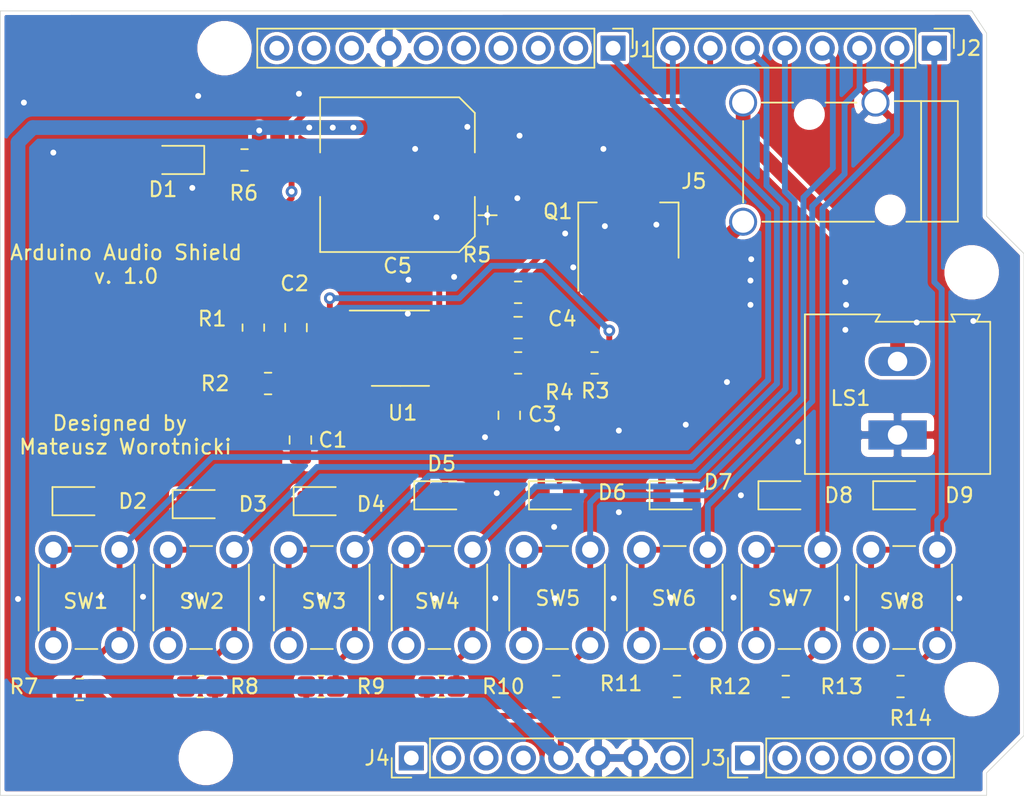
<source format=kicad_pcb>
(kicad_pcb (version 20171130) (host pcbnew "(5.1.10)-1")
  (layers (0 F.Cu signal) (31 B.Cu signal) (34 B.Paste user hide) (35 F.Paste user hide) (36 B.SilkS user) (37 F.SilkS user) (38 B.Mask user) (39 F.Mask user) (44 Edge.Cuts user))
  (net 0 "")
  (net 1 GND)
  (net 2 "Net-(C1-Pad1)")
  (net 3 "Net-(C2-Pad2)")
  (net 4 "Net-(C2-Pad1)")
  (net 5 "Net-(C3-Pad1)")
  (net 6 "Net-(C4-Pad2)")
  (net 7 /AUDIO_WAVE)
  (net 8 +5V)
  (net 9 "Net-(D1-Pad2)")
  (net 10 "Net-(D2-Pad2)")
  (net 11 "Net-(D3-Pad2)")
  (net 12 "Net-(D4-Pad2)")
  (net 13 "Net-(D5-Pad2)")
  (net 14 "Net-(D6-Pad2)")
  (net 15 "Net-(D7-Pad2)")
  (net 16 "Net-(D8-Pad2)")
  (net 17 "Net-(D9-Pad2)")
  (net 18 BTN_1)
  (net 19 "Net-(J1-Pad10)")
  (net 20 "Net-(J1-Pad9)")
  (net 21 "Net-(J1-Pad8)")
  (net 22 "Net-(J1-Pad6)")
  (net 23 "Net-(J1-Pad5)")
  (net 24 "Net-(J1-Pad4)")
  (net 25 "Net-(J1-Pad3)")
  (net 26 "Net-(J1-Pad2)")
  (net 27 BTN_8)
  (net 28 BTN_7)
  (net 29 AUDIO_PWM)
  (net 30 BTN_6)
  (net 31 BTN_5)
  (net 32 BTN_4)
  (net 33 BTN_3)
  (net 34 BTN_2)
  (net 35 "Net-(J3-Pad6)")
  (net 36 "Net-(J3-Pad5)")
  (net 37 "Net-(J3-Pad4)")
  (net 38 "Net-(J3-Pad3)")
  (net 39 "Net-(J3-Pad2)")
  (net 40 "Net-(J3-Pad1)")
  (net 41 "Net-(J4-Pad8)")
  (net 42 "Net-(J4-Pad4)")
  (net 43 "Net-(J4-Pad3)")
  (net 44 "Net-(J4-Pad2)")
  (net 45 "Net-(J4-Pad1)")
  (net 46 "Net-(J5-PadT)")
  (net 47 "Net-(J5-PadTN)")
  (net 48 "Net-(Q1-Pad1)")
  (module Package_TO_SOT_SMD:SOT-223-3_TabPin2 (layer F.Cu) (at 144.3 116.54 90)
    (fp_text reference Q1 (at 1.3 -4.8 180) (layer F.SilkS))
    (fp_text value BCP56)
    (pad 1 smd rect (at -3.15 -2.3 90) (size 2 1.5) (layers F.Cu F.Paste F.Mask) (net 48 "Net-(Q1-Pad1)"))
    (pad 3 smd rect (at -3.15 2.3 90) (size 2 1.5) (layers F.Cu F.Paste F.Mask) (net 46 "Net-(J5-PadT)"))
    (pad 2 smd rect (at -3.15 0 90) (size 2 1.5) (layers F.Cu F.Paste F.Mask) (net 8 +5V))
    (pad 2 smd rect (at 3.15 0 90) (size 2 3.8) (layers F.Cu F.Paste F.Mask) (net 8 +5V))
  )
  (module MountingHole:MountingHole_3.2mm_M3 (layer F.Cu) (at 115.57 152.4)
    (fp_text reference e hide)
    (fp_text value MountingHole_3.2mm_M3)
    (pad 1 np_thru_hole circle (at 0 0) (size 3.2 3.2) (drill 3.2) (layers *.Cu *.Mask))
  )
  (module Resistor_SMD:R_0805_2012Metric_Pad1.20x1.40mm_HandSolder (layer F.Cu) (at 131.6 147.54)
    (fp_text reference R10 (at 4.2 0) (layer F.SilkS))
    (fp_text value 220)
    (pad 2 smd roundrect (at 1 0) (size 1.2 1.4) (layers F.Cu F.Paste F.Mask) (roundrect_rratio 0.208333) (net 31 BTN_5))
    (pad 1 smd roundrect (at -1 0) (size 1.2 1.4) (layers F.Cu F.Paste F.Mask) (roundrect_rratio 0.208333) (net 8 +5V))
  )
  (module Resistor_SMD:R_0805_2012Metric_Pad1.20x1.40mm_HandSolder (layer F.Cu) (at 139.4 147.54)
    (fp_text reference R11 (at 4.4 -0.2) (layer F.SilkS))
    (fp_text value 220)
    (pad 2 smd roundrect (at 1 0) (size 1.2 1.4) (layers F.Cu F.Paste F.Mask) (roundrect_rratio 0.208333) (net 32 BTN_4))
    (pad 1 smd roundrect (at -1 0) (size 1.2 1.4) (layers F.Cu F.Paste F.Mask) (roundrect_rratio 0.208333) (net 8 +5V))
  )
  (module Resistor_SMD:R_0805_2012Metric_Pad1.20x1.40mm_HandSolder (layer F.Cu) (at 107 147.74 180)
    (fp_text reference R7 (at 3.8 0.2) (layer F.SilkS))
    (fp_text value 220)
    (pad 2 smd roundrect (at 1 0 180) (size 1.2 1.4) (layers F.Cu F.Paste F.Mask) (roundrect_rratio 0.208333) (net 27 BTN_8))
    (pad 1 smd roundrect (at -1 0 180) (size 1.2 1.4) (layers F.Cu F.Paste F.Mask) (roundrect_rratio 0.208333) (net 8 +5V))
  )
  (module Button_Switch_THT:SW_PUSH_6mm_H5mm (layer F.Cu) (at 105.2 144.74 90)
    (fp_text reference SW1 (at 3 2.2 180) (layer F.SilkS))
    (fp_text value SWITCH)
    (pad 1 thru_hole circle (at 6.5 0 180) (size 2 2) (drill 1.1) (layers *.Cu *.Mask) (net 10 "Net-(D2-Pad2)"))
    (pad 2 thru_hole circle (at 6.5 4.5 180) (size 2 2) (drill 1.1) (layers *.Cu *.Mask) (net 27 BTN_8))
    (pad 1 thru_hole circle (at 0 0 180) (size 2 2) (drill 1.1) (layers *.Cu *.Mask) (net 10 "Net-(D2-Pad2)"))
    (pad 2 thru_hole circle (at 0 4.5 180) (size 2 2) (drill 1.1) (layers *.Cu *.Mask) (net 27 BTN_8))
  )
  (module TerminalBlock:TerminalBlock_Altech_AK300-2_P5.00mm (layer F.Cu) (at 162.6 130.44 90)
    (fp_text reference LS1 (at 2.5 -3.2 180) (layer F.SilkS))
    (fp_text value Speaker)
    (pad 2 thru_hole oval (at 5 0 90) (size 1.98 3.96) (drill 1.32) (layers *.Cu *.Mask) (net 47 "Net-(J5-PadTN)"))
    (pad 1 thru_hole rect (at 0 0 90) (size 1.98 3.96) (drill 1.32) (layers *.Cu *.Mask) (net 1 GND))
  )
  (module MountingHole:MountingHole_3.2mm_M3 (layer F.Cu) (at 167.64 119.38)
    (fp_text reference REF** hide)
    (fp_text value MountingHole_3.2mm_M3)
    (pad 1 np_thru_hole circle (at 0 0) (size 3.2 3.2) (drill 3.2) (layers *.Cu *.Mask))
  )
  (module MountingHole:MountingHole_3.2mm_M3 (layer F.Cu) (at 116.84 104.14)
    (fp_text reference REF** hide)
    (fp_text value MountingHole_3.2mm_M3)
    (pad 1 np_thru_hole circle (at 0 0) (size 3.2 3.2) (drill 3.2) (layers *.Cu *.Mask))
  )
  (module MountingHole:MountingHole_3.2mm_M3 (layer F.Cu) (at 167.64 147.72 270)
    (fp_text reference REF** hide)
    (fp_text value MountingHole_3.2mm_M3)
    (pad 1 np_thru_hole circle (at 0 0 270) (size 3.2 3.2) (drill 3.2) (layers *.Cu *.Mask))
  )
  (module Package_SO:SOIC-8-1EP_3.9x4.9mm_P1.27mm_EP2.514x3.2mm (layer F.Cu) (at 128.8 124.54)
    (fp_text reference U1 (at 0.15 4.4) (layer F.SilkS))
    (fp_text value MCP6002-xSN)
    (pad 9 smd rect (at 0 0) (size 2.514 3.2) (layers F.Cu F.Mask))
    (pad 8 smd roundrect (at 2.6375 -1.905) (size 1.625 0.6) (layers F.Cu F.Paste F.Mask) (net 8 +5V))
    (pad 7 smd roundrect (at 2.6375 -0.635) (size 1.625 0.6) (layers F.Cu F.Paste F.Mask) (net 7 /AUDIO_WAVE))
    (pad 6 smd roundrect (at 2.6375 0.635) (size 1.625 0.6) (layers F.Cu F.Paste F.Mask) (net 7 /AUDIO_WAVE))
    (pad 5 smd roundrect (at 2.6375 1.905) (size 1.625 0.6) (layers F.Cu F.Paste F.Mask) (net 5 "Net-(C3-Pad1)"))
    (pad 4 smd roundrect (at -2.6375 1.905) (size 1.625 0.6) (layers F.Cu F.Paste F.Mask) (net 1 GND))
    (pad 3 smd roundrect (at -2.6375 0.635) (size 1.625 0.6) (layers F.Cu F.Paste F.Mask) (net 2 "Net-(C1-Pad1)"))
    (pad 2 smd roundrect (at -2.6375 -0.635) (size 1.625 0.6) (layers F.Cu F.Paste F.Mask) (net 4 "Net-(C2-Pad1)"))
    (pad 1 smd roundrect (at -2.6375 -1.905) (size 1.625 0.6) (layers F.Cu F.Paste F.Mask) (net 4 "Net-(C2-Pad1)"))
  )
  (module Button_Switch_THT:SW_PUSH_6mm_H5mm (layer F.Cu) (at 160.8 144.74 90)
    (fp_text reference SW8 (at 3 2.1 180) (layer F.SilkS))
    (fp_text value SWITCH hide)
    (pad 1 thru_hole circle (at 6.5 0 180) (size 2 2) (drill 1.1) (layers *.Cu *.Mask) (net 17 "Net-(D9-Pad2)"))
    (pad 2 thru_hole circle (at 6.5 4.5 180) (size 2 2) (drill 1.1) (layers *.Cu *.Mask) (net 18 BTN_1))
    (pad 1 thru_hole circle (at 0 0 180) (size 2 2) (drill 1.1) (layers *.Cu *.Mask) (net 17 "Net-(D9-Pad2)"))
    (pad 2 thru_hole circle (at 0 4.5 180) (size 2 2) (drill 1.1) (layers *.Cu *.Mask) (net 18 BTN_1))
  )
  (module Button_Switch_THT:SW_PUSH_6mm_H5mm (layer F.Cu) (at 153 144.74 90)
    (fp_text reference SW7 (at 3.2 2.3 180) (layer F.SilkS))
    (fp_text value SWITCH hide)
    (pad 1 thru_hole circle (at 6.5 0 180) (size 2 2) (drill 1.1) (layers *.Cu *.Mask) (net 16 "Net-(D8-Pad2)"))
    (pad 2 thru_hole circle (at 6.5 4.5 180) (size 2 2) (drill 1.1) (layers *.Cu *.Mask) (net 34 BTN_2))
    (pad 1 thru_hole circle (at 0 0 180) (size 2 2) (drill 1.1) (layers *.Cu *.Mask) (net 16 "Net-(D8-Pad2)"))
    (pad 2 thru_hole circle (at 0 4.5 180) (size 2 2) (drill 1.1) (layers *.Cu *.Mask) (net 34 BTN_2))
  )
  (module Button_Switch_THT:SW_PUSH_6mm_H5mm (layer F.Cu) (at 145.2 144.74 90)
    (fp_text reference SW6 (at 3.2 2.2 180) (layer F.SilkS))
    (fp_text value SWITCH hide)
    (pad 1 thru_hole circle (at 6.5 0 180) (size 2 2) (drill 1.1) (layers *.Cu *.Mask) (net 15 "Net-(D7-Pad2)"))
    (pad 2 thru_hole circle (at 6.5 4.5 180) (size 2 2) (drill 1.1) (layers *.Cu *.Mask) (net 33 BTN_3))
    (pad 1 thru_hole circle (at 0 0 180) (size 2 2) (drill 1.1) (layers *.Cu *.Mask) (net 15 "Net-(D7-Pad2)"))
    (pad 2 thru_hole circle (at 0 4.5 180) (size 2 2) (drill 1.1) (layers *.Cu *.Mask) (net 33 BTN_3))
  )
  (module Button_Switch_THT:SW_PUSH_6mm_H5mm (layer F.Cu) (at 137.2 144.74 90)
    (fp_text reference SW5 (at 3.2 2.3 180) (layer F.SilkS))
    (fp_text value SWITCH hide)
    (pad 1 thru_hole circle (at 6.5 0 180) (size 2 2) (drill 1.1) (layers *.Cu *.Mask) (net 14 "Net-(D6-Pad2)"))
    (pad 2 thru_hole circle (at 6.5 4.5 180) (size 2 2) (drill 1.1) (layers *.Cu *.Mask) (net 32 BTN_4))
    (pad 1 thru_hole circle (at 0 0 180) (size 2 2) (drill 1.1) (layers *.Cu *.Mask) (net 14 "Net-(D6-Pad2)"))
    (pad 2 thru_hole circle (at 0 4.5 180) (size 2 2) (drill 1.1) (layers *.Cu *.Mask) (net 32 BTN_4))
  )
  (module Button_Switch_THT:SW_PUSH_6mm_H5mm (layer F.Cu) (at 129.2 144.74 90)
    (fp_text reference SW4 (at 3 2.1 180) (layer F.SilkS))
    (fp_text value SWITCH hide)
    (pad 1 thru_hole circle (at 6.5 0 180) (size 2 2) (drill 1.1) (layers *.Cu *.Mask) (net 13 "Net-(D5-Pad2)"))
    (pad 2 thru_hole circle (at 6.5 4.5 180) (size 2 2) (drill 1.1) (layers *.Cu *.Mask) (net 31 BTN_5))
    (pad 1 thru_hole circle (at 0 0 180) (size 2 2) (drill 1.1) (layers *.Cu *.Mask) (net 13 "Net-(D5-Pad2)"))
    (pad 2 thru_hole circle (at 0 4.5 180) (size 2 2) (drill 1.1) (layers *.Cu *.Mask) (net 31 BTN_5))
  )
  (module Button_Switch_THT:SW_PUSH_6mm_H5mm (layer F.Cu) (at 121.2 144.74 90)
    (fp_text reference SW3 (at 3 2.4 180) (layer F.SilkS))
    (fp_text value SWITCH hide)
    (pad 1 thru_hole circle (at 6.5 0 180) (size 2 2) (drill 1.1) (layers *.Cu *.Mask) (net 12 "Net-(D4-Pad2)"))
    (pad 2 thru_hole circle (at 6.5 4.5 180) (size 2 2) (drill 1.1) (layers *.Cu *.Mask) (net 30 BTN_6))
    (pad 1 thru_hole circle (at 0 0 180) (size 2 2) (drill 1.1) (layers *.Cu *.Mask) (net 12 "Net-(D4-Pad2)"))
    (pad 2 thru_hole circle (at 0 4.5 180) (size 2 2) (drill 1.1) (layers *.Cu *.Mask) (net 30 BTN_6))
  )
  (module Button_Switch_THT:SW_PUSH_6mm_H5mm (layer F.Cu) (at 113 144.74 90)
    (fp_text reference SW2 (at 3 2.3 180) (layer F.SilkS))
    (fp_text value SWITCH hide)
    (pad 1 thru_hole circle (at 6.5 0 180) (size 2 2) (drill 1.1) (layers *.Cu *.Mask) (net 11 "Net-(D3-Pad2)"))
    (pad 2 thru_hole circle (at 6.5 4.5 180) (size 2 2) (drill 1.1) (layers *.Cu *.Mask) (net 28 BTN_7))
    (pad 1 thru_hole circle (at 0 0 180) (size 2 2) (drill 1.1) (layers *.Cu *.Mask) (net 11 "Net-(D3-Pad2)"))
    (pad 2 thru_hole circle (at 0 4.5 180) (size 2 2) (drill 1.1) (layers *.Cu *.Mask) (net 28 BTN_7))
  )
  (module Resistor_SMD:R_0805_2012Metric_Pad1.20x1.40mm_HandSolder (layer F.Cu) (at 162.8 147.54)
    (fp_text reference R14 (at 0.7 2.15) (layer F.SilkS))
    (fp_text value 220)
    (pad 2 smd roundrect (at 1 0) (size 1.2 1.4) (layers F.Cu F.Paste F.Mask) (roundrect_rratio 0.208333) (net 18 BTN_1))
    (pad 1 smd roundrect (at -1 0) (size 1.2 1.4) (layers F.Cu F.Paste F.Mask) (roundrect_rratio 0.208333) (net 8 +5V))
  )
  (module Resistor_SMD:R_0805_2012Metric_Pad1.20x1.40mm_HandSolder (layer F.Cu) (at 155 147.54)
    (fp_text reference R13 (at 3.8 0) (layer F.SilkS))
    (fp_text value 220)
    (pad 2 smd roundrect (at 1 0) (size 1.2 1.4) (layers F.Cu F.Paste F.Mask) (roundrect_rratio 0.208333) (net 34 BTN_2))
    (pad 1 smd roundrect (at -1 0) (size 1.2 1.4) (layers F.Cu F.Paste F.Mask) (roundrect_rratio 0.208333) (net 8 +5V))
  )
  (module Resistor_SMD:R_0805_2012Metric_Pad1.20x1.40mm_HandSolder (layer F.Cu) (at 147.6 147.54)
    (fp_text reference R12 (at 3.6 0) (layer F.SilkS))
    (fp_text value 220)
    (pad 2 smd roundrect (at 1 0) (size 1.2 1.4) (layers F.Cu F.Paste F.Mask) (roundrect_rratio 0.208333) (net 33 BTN_3))
    (pad 1 smd roundrect (at -1 0) (size 1.2 1.4) (layers F.Cu F.Paste F.Mask) (roundrect_rratio 0.208333) (net 8 +5V))
  )
  (module Resistor_SMD:R_0805_2012Metric_Pad1.20x1.40mm_HandSolder (layer F.Cu) (at 123.4 147.54)
    (fp_text reference R9 (at 3.4 0) (layer F.SilkS))
    (fp_text value 220)
    (pad 2 smd roundrect (at 1 0) (size 1.2 1.4) (layers F.Cu F.Paste F.Mask) (roundrect_rratio 0.208333) (net 30 BTN_6))
    (pad 1 smd roundrect (at -1 0) (size 1.2 1.4) (layers F.Cu F.Paste F.Mask) (roundrect_rratio 0.208333) (net 8 +5V))
  )
  (module Resistor_SMD:R_0805_2012Metric_Pad1.20x1.40mm_HandSolder (layer F.Cu) (at 115.2 147.54 180)
    (fp_text reference R8 (at -3 0) (layer F.SilkS))
    (fp_text value 220)
    (pad 2 smd roundrect (at 1 0 180) (size 1.2 1.4) (layers F.Cu F.Paste F.Mask) (roundrect_rratio 0.208333) (net 28 BTN_7))
    (pad 1 smd roundrect (at -1 0 180) (size 1.2 1.4) (layers F.Cu F.Paste F.Mask) (roundrect_rratio 0.208333) (net 8 +5V))
  )
  (module Resistor_SMD:R_0805_2012Metric_Pad1.20x1.40mm_HandSolder (layer F.Cu) (at 118.2 111.74 180)
    (fp_text reference R6 (at 0.05 -2.25) (layer F.SilkS))
    (fp_text value 220)
    (pad 2 smd roundrect (at 1 0 180) (size 1.2 1.4) (layers F.Cu F.Paste F.Mask) (roundrect_rratio 0.208333) (net 9 "Net-(D1-Pad2)"))
    (pad 1 smd roundrect (at -1 0 180) (size 1.2 1.4) (layers F.Cu F.Paste F.Mask) (roundrect_rratio 0.208333) (net 8 +5V))
  )
  (module Resistor_SMD:R_0805_2012Metric_Pad1.20x1.40mm_HandSolder (layer F.Cu) (at 136.8 120.74)
    (fp_text reference R5 (at -2.8 -2.55) (layer F.SilkS))
    (fp_text value 120)
    (pad 2 smd roundrect (at 1 0) (size 1.2 1.4) (layers F.Cu F.Paste F.Mask) (roundrect_rratio 0.208333) (net 7 /AUDIO_WAVE))
    (pad 1 smd roundrect (at -1 0) (size 1.2 1.4) (layers F.Cu F.Paste F.Mask) (roundrect_rratio 0.208333) (net 48 "Net-(Q1-Pad1)"))
  )
  (module Resistor_SMD:R_0805_2012Metric_Pad1.20x1.40mm_HandSolder (layer F.Cu) (at 136.8 125.54)
    (fp_text reference R4 (at 2.8 2) (layer F.SilkS))
    (fp_text value 3k)
    (pad 2 smd roundrect (at 1 0) (size 1.2 1.4) (layers F.Cu F.Paste F.Mask) (roundrect_rratio 0.208333) (net 6 "Net-(C4-Pad2)"))
    (pad 1 smd roundrect (at -1 0) (size 1.2 1.4) (layers F.Cu F.Paste F.Mask) (roundrect_rratio 0.208333) (net 5 "Net-(C3-Pad1)"))
  )
  (module Resistor_SMD:R_0805_2012Metric_Pad1.20x1.40mm_HandSolder (layer F.Cu) (at 142 125.54)
    (fp_text reference R3 (at 0.05 1.9) (layer F.SilkS))
    (fp_text value 1k6)
    (pad 2 smd roundrect (at 1 0) (size 1.2 1.4) (layers F.Cu F.Paste F.Mask) (roundrect_rratio 0.208333) (net 4 "Net-(C2-Pad1)"))
    (pad 1 smd roundrect (at -1 0) (size 1.2 1.4) (layers F.Cu F.Paste F.Mask) (roundrect_rratio 0.208333) (net 6 "Net-(C4-Pad2)"))
  )
  (module Resistor_SMD:R_0805_2012Metric_Pad1.20x1.40mm_HandSolder (layer F.Cu) (at 119.8 126.94)
    (fp_text reference R2 (at -3.6 0) (layer F.SilkS))
    (fp_text value 27k)
    (pad 2 smd roundrect (at 1 0) (size 1.2 1.4) (layers F.Cu F.Paste F.Mask) (roundrect_rratio 0.208333) (net 3 "Net-(C2-Pad2)"))
    (pad 1 smd roundrect (at -1 0) (size 1.2 1.4) (layers F.Cu F.Paste F.Mask) (roundrect_rratio 0.208333) (net 2 "Net-(C1-Pad1)"))
  )
  (module Resistor_SMD:R_0805_2012Metric_Pad1.20x1.40mm_HandSolder (layer F.Cu) (at 118.8 123.14 90)
    (fp_text reference R1 (at 0.6 -2.8 180) (layer F.SilkS))
    (fp_text value 13k)
    (pad 2 smd roundrect (at 1 0 90) (size 1.2 1.4) (layers F.Cu F.Paste F.Mask) (roundrect_rratio 0.208333) (net 29 AUDIO_PWM))
    (pad 1 smd roundrect (at -1 0 90) (size 1.2 1.4) (layers F.Cu F.Paste F.Mask) (roundrect_rratio 0.208333) (net 3 "Net-(C2-Pad2)"))
  )
  (module kurs_PCB2:Jack_3.5mm_Lumberg_150304_Horizontal (layer F.Cu) (at 158.1 111.94 270)
    (fp_text reference J5 (at 1.25 9.35 180) (layer F.SilkS))
    (fp_text value AudioJack2_SwitchT)
    (pad "" np_thru_hole circle (at -3.3 1.5 270) (size 1.6 1.6) (drill 1.6) (layers *.Cu *.Mask))
    (pad "" np_thru_hole circle (at 3.2 -4 270) (size 1.6 1.6) (drill 1.6) (layers *.Cu *.Mask))
    (pad T thru_hole circle (at 4 6 270) (size 1.9 1.9) (drill 1.5) (layers *.Cu *.Mask) (net 46 "Net-(J5-PadT)"))
    (pad TN thru_hole circle (at -4.1 6 270) (size 1.9 1.9) (drill 1.5) (layers *.Cu *.Mask) (net 47 "Net-(J5-PadTN)"))
    (pad S thru_hole circle (at -4.1 -3 270) (size 1.9 1.9) (drill 1.5) (layers *.Cu *.Mask) (net 1 GND))
  )
  (module Connector_PinHeader_2.54mm:PinHeader_1x08_P2.54mm_Vertical (layer F.Cu) (at 129.54 152.4 90)
    (fp_text reference J4 (at 0 -2.33 180) (layer F.SilkS))
    (fp_text value Conn_01x08_Male)
    (pad 8 thru_hole oval (at 0 17.78 90) (size 1.7 1.7) (drill 1) (layers *.Cu *.Mask) (net 41 "Net-(J4-Pad8)"))
    (pad 7 thru_hole oval (at 0 15.24 90) (size 1.7 1.7) (drill 1) (layers *.Cu *.Mask) (net 1 GND))
    (pad 6 thru_hole oval (at 0 12.7 90) (size 1.7 1.7) (drill 1) (layers *.Cu *.Mask) (net 1 GND))
    (pad 5 thru_hole oval (at 0 10.16 90) (size 1.7 1.7) (drill 1) (layers *.Cu *.Mask) (net 8 +5V))
    (pad 4 thru_hole oval (at 0 7.62 90) (size 1.7 1.7) (drill 1) (layers *.Cu *.Mask) (net 42 "Net-(J4-Pad4)"))
    (pad 3 thru_hole oval (at 0 5.08 90) (size 1.7 1.7) (drill 1) (layers *.Cu *.Mask) (net 43 "Net-(J4-Pad3)"))
    (pad 2 thru_hole oval (at 0 2.54 90) (size 1.7 1.7) (drill 1) (layers *.Cu *.Mask) (net 44 "Net-(J4-Pad2)"))
    (pad 1 thru_hole rect (at 0 0 90) (size 1.7 1.7) (drill 1) (layers *.Cu *.Mask) (net 45 "Net-(J4-Pad1)"))
  )
  (module Connector_PinHeader_2.54mm:PinHeader_1x06_P2.54mm_Vertical (layer F.Cu) (at 152.4 152.4 90)
    (fp_text reference J3 (at 0 -2.33 180) (layer F.SilkS))
    (fp_text value Conn_01x06_Male)
    (pad 6 thru_hole oval (at 0 12.7 90) (size 1.7 1.7) (drill 1) (layers *.Cu *.Mask) (net 35 "Net-(J3-Pad6)"))
    (pad 5 thru_hole oval (at 0 10.16 90) (size 1.7 1.7) (drill 1) (layers *.Cu *.Mask) (net 36 "Net-(J3-Pad5)"))
    (pad 4 thru_hole oval (at 0 7.62 90) (size 1.7 1.7) (drill 1) (layers *.Cu *.Mask) (net 37 "Net-(J3-Pad4)"))
    (pad 3 thru_hole oval (at 0 5.08 90) (size 1.7 1.7) (drill 1) (layers *.Cu *.Mask) (net 38 "Net-(J3-Pad3)"))
    (pad 2 thru_hole oval (at 0 2.54 90) (size 1.7 1.7) (drill 1) (layers *.Cu *.Mask) (net 39 "Net-(J3-Pad2)"))
    (pad 1 thru_hole rect (at 0 0 90) (size 1.7 1.7) (drill 1) (layers *.Cu *.Mask) (net 40 "Net-(J3-Pad1)"))
  )
  (module Connector_PinHeader_2.54mm:PinHeader_1x08_P2.54mm_Vertical (layer F.Cu) (at 165.1 104.14 270)
    (fp_text reference J2 (at 0 -2.33 180) (layer F.SilkS))
    (fp_text value Conn_01x08_Male)
    (pad 8 thru_hole oval (at 0 17.78 270) (size 1.7 1.7) (drill 1) (layers *.Cu *.Mask) (net 28 BTN_7))
    (pad 7 thru_hole oval (at 0 15.24 270) (size 1.7 1.7) (drill 1) (layers *.Cu *.Mask) (net 29 AUDIO_PWM))
    (pad 6 thru_hole oval (at 0 12.7 270) (size 1.7 1.7) (drill 1) (layers *.Cu *.Mask) (net 30 BTN_6))
    (pad 5 thru_hole oval (at 0 10.16 270) (size 1.7 1.7) (drill 1) (layers *.Cu *.Mask) (net 31 BTN_5))
    (pad 4 thru_hole oval (at 0 7.62 270) (size 1.7 1.7) (drill 1) (layers *.Cu *.Mask) (net 32 BTN_4))
    (pad 3 thru_hole oval (at 0 5.08 270) (size 1.7 1.7) (drill 1) (layers *.Cu *.Mask) (net 33 BTN_3))
    (pad 2 thru_hole oval (at 0 2.54 270) (size 1.7 1.7) (drill 1) (layers *.Cu *.Mask) (net 34 BTN_2))
    (pad 1 thru_hole rect (at 0 0 270) (size 1.7 1.7) (drill 1) (layers *.Cu *.Mask) (net 18 BTN_1))
  )
  (module Connector_PinHeader_2.54mm:PinHeader_1x10_P2.54mm_Vertical (layer F.Cu) (at 143.256 104.14 270)
    (fp_text reference J1 (at 0.1 -1.944 180) (layer F.SilkS))
    (fp_text value Conn_01x10_Male)
    (pad 10 thru_hole oval (at 0 22.86 270) (size 1.7 1.7) (drill 1) (layers *.Cu *.Mask) (net 19 "Net-(J1-Pad10)"))
    (pad 9 thru_hole oval (at 0 20.32 270) (size 1.7 1.7) (drill 1) (layers *.Cu *.Mask) (net 20 "Net-(J1-Pad9)"))
    (pad 8 thru_hole oval (at 0 17.78 270) (size 1.7 1.7) (drill 1) (layers *.Cu *.Mask) (net 21 "Net-(J1-Pad8)"))
    (pad 7 thru_hole oval (at 0 15.24 270) (size 1.7 1.7) (drill 1) (layers *.Cu *.Mask) (net 1 GND))
    (pad 6 thru_hole oval (at 0 12.7 270) (size 1.7 1.7) (drill 1) (layers *.Cu *.Mask) (net 22 "Net-(J1-Pad6)"))
    (pad 5 thru_hole oval (at 0 10.16 270) (size 1.7 1.7) (drill 1) (layers *.Cu *.Mask) (net 23 "Net-(J1-Pad5)"))
    (pad 4 thru_hole oval (at 0 7.62 270) (size 1.7 1.7) (drill 1) (layers *.Cu *.Mask) (net 24 "Net-(J1-Pad4)"))
    (pad 3 thru_hole oval (at 0 5.08 270) (size 1.7 1.7) (drill 1) (layers *.Cu *.Mask) (net 25 "Net-(J1-Pad3)"))
    (pad 2 thru_hole oval (at 0 2.54 270) (size 1.7 1.7) (drill 1) (layers *.Cu *.Mask) (net 26 "Net-(J1-Pad2)"))
    (pad 1 thru_hole rect (at 0 0 270) (size 1.7 1.7) (drill 1) (layers *.Cu *.Mask) (net 27 BTN_8))
  )
  (module LED_SMD:LED_0805_2012Metric_Pad1.15x1.40mm_HandSolder (layer F.Cu) (at 162.8 134.54)
    (fp_text reference D9 (at 4 0) (layer F.SilkS))
    (fp_text value LED)
    (pad 2 smd roundrect (at 1.025 0) (size 1.15 1.4) (layers F.Cu F.Paste F.Mask) (roundrect_rratio 0.217391) (net 17 "Net-(D9-Pad2)"))
    (pad 1 smd roundrect (at -1.025 0) (size 1.15 1.4) (layers F.Cu F.Paste F.Mask) (roundrect_rratio 0.217391) (net 1 GND))
  )
  (module LED_SMD:LED_0805_2012Metric_Pad1.15x1.40mm_HandSolder (layer F.Cu) (at 155 134.54)
    (fp_text reference D8 (at 3.6 0) (layer F.SilkS))
    (fp_text value LED)
    (pad 2 smd roundrect (at 1.025 0) (size 1.15 1.4) (layers F.Cu F.Paste F.Mask) (roundrect_rratio 0.217391) (net 16 "Net-(D8-Pad2)"))
    (pad 1 smd roundrect (at -1.025 0) (size 1.15 1.4) (layers F.Cu F.Paste F.Mask) (roundrect_rratio 0.217391) (net 1 GND))
  )
  (module LED_SMD:LED_0805_2012Metric_Pad1.15x1.40mm_HandSolder (layer F.Cu) (at 147.6 134.54)
    (fp_text reference D7 (at 2.8 -0.9) (layer F.SilkS))
    (fp_text value LED)
    (pad 2 smd roundrect (at 1.025 0) (size 1.15 1.4) (layers F.Cu F.Paste F.Mask) (roundrect_rratio 0.217391) (net 15 "Net-(D7-Pad2)"))
    (pad 1 smd roundrect (at -1.025 0) (size 1.15 1.4) (layers F.Cu F.Paste F.Mask) (roundrect_rratio 0.217391) (net 1 GND))
  )
  (module LED_SMD:LED_0805_2012Metric_Pad1.15x1.40mm_HandSolder (layer F.Cu) (at 139.4 134.54)
    (fp_text reference D6 (at 3.8 -0.2) (layer F.SilkS))
    (fp_text value LED)
    (pad 2 smd roundrect (at 1.025 0) (size 1.15 1.4) (layers F.Cu F.Paste F.Mask) (roundrect_rratio 0.217391) (net 14 "Net-(D6-Pad2)"))
    (pad 1 smd roundrect (at -1.025 0) (size 1.15 1.4) (layers F.Cu F.Paste F.Mask) (roundrect_rratio 0.217391) (net 1 GND))
  )
  (module LED_SMD:LED_0805_2012Metric_Pad1.15x1.40mm_HandSolder (layer F.Cu) (at 131.6 134.54)
    (fp_text reference D5 (at 0 -2.15) (layer F.SilkS))
    (fp_text value LED)
    (pad 2 smd roundrect (at 1.025 0) (size 1.15 1.4) (layers F.Cu F.Paste F.Mask) (roundrect_rratio 0.217391) (net 13 "Net-(D5-Pad2)"))
    (pad 1 smd roundrect (at -1.025 0) (size 1.15 1.4) (layers F.Cu F.Paste F.Mask) (roundrect_rratio 0.217391) (net 1 GND))
  )
  (module LED_SMD:LED_0805_2012Metric_Pad1.15x1.40mm_HandSolder (layer F.Cu) (at 123.4 134.94)
    (fp_text reference D4 (at 3.4 0.2) (layer F.SilkS))
    (fp_text value LED)
    (pad 2 smd roundrect (at 1.025 0) (size 1.15 1.4) (layers F.Cu F.Paste F.Mask) (roundrect_rratio 0.217391) (net 12 "Net-(D4-Pad2)"))
    (pad 1 smd roundrect (at -1.025 0) (size 1.15 1.4) (layers F.Cu F.Paste F.Mask) (roundrect_rratio 0.217391) (net 1 GND))
  )
  (module LED_SMD:LED_0805_2012Metric_Pad1.15x1.40mm_HandSolder (layer F.Cu) (at 115.175 135.14)
    (fp_text reference D3 (at 3.6 0) (layer F.SilkS))
    (fp_text value LED)
    (pad 2 smd roundrect (at 1.025 0) (size 1.15 1.4) (layers F.Cu F.Paste F.Mask) (roundrect_rratio 0.217391) (net 11 "Net-(D3-Pad2)"))
    (pad 1 smd roundrect (at -1.025 0) (size 1.15 1.4) (layers F.Cu F.Paste F.Mask) (roundrect_rratio 0.217391) (net 1 GND))
  )
  (module LED_SMD:LED_0805_2012Metric_Pad1.15x1.40mm_HandSolder (layer F.Cu) (at 107 134.94)
    (fp_text reference D2 (at 3.6 0) (layer F.SilkS))
    (fp_text value LED)
    (pad 2 smd roundrect (at 1.025 0) (size 1.15 1.4) (layers F.Cu F.Paste F.Mask) (roundrect_rratio 0.217391) (net 10 "Net-(D2-Pad2)"))
    (pad 1 smd roundrect (at -1.025 0) (size 1.15 1.4) (layers F.Cu F.Paste F.Mask) (roundrect_rratio 0.217391) (net 1 GND))
  )
  (module LED_SMD:LED_0805_2012Metric_Pad1.15x1.40mm_HandSolder (layer F.Cu) (at 113.6 111.74 180)
    (fp_text reference D1 (at 0.95 -2) (layer F.SilkS))
    (fp_text value LED)
    (pad 2 smd roundrect (at 1.025 0 180) (size 1.15 1.4) (layers F.Cu F.Paste F.Mask) (roundrect_rratio 0.217391) (net 9 "Net-(D1-Pad2)"))
    (pad 1 smd roundrect (at -1.025 0 180) (size 1.15 1.4) (layers F.Cu F.Paste F.Mask) (roundrect_rratio 0.217391) (net 1 GND))
  )
  (module Capacitor_SMD:CP_Elec_10x10 (layer F.Cu) (at 128.6 112.74 180)
    (fp_text reference C5 (at 0 -6.2) (layer F.SilkS))
    (fp_text value 1000uF)
    (pad 2 smd roundrect (at 4 0 180) (size 4 2.5) (layers F.Cu F.Paste F.Mask) (roundrect_rratio 0.1) (net 1 GND))
    (pad 1 smd roundrect (at -4 0 180) (size 4 2.5) (layers F.Cu F.Paste F.Mask) (roundrect_rratio 0.1) (net 8 +5V))
  )
  (module Capacitor_SMD:C_0805_2012Metric_Pad1.18x1.45mm_HandSolder (layer F.Cu) (at 136.8 123.14)
    (fp_text reference C4 (at 3 -0.6) (layer F.SilkS))
    (fp_text value 56mF)
    (pad 2 smd roundrect (at 1.0375 0) (size 1.175 1.45) (layers F.Cu F.Paste F.Mask) (roundrect_rratio 0.212766) (net 6 "Net-(C4-Pad2)"))
    (pad 1 smd roundrect (at -1.0375 0) (size 1.175 1.45) (layers F.Cu F.Paste F.Mask) (roundrect_rratio 0.212766) (net 7 /AUDIO_WAVE))
  )
  (module Capacitor_SMD:C_0805_2012Metric_Pad1.18x1.45mm_HandSolder (layer F.Cu) (at 136.2 129.1025 270)
    (fp_text reference C3 (at -0.0625 -2.25 180) (layer F.SilkS))
    (fp_text value 1nF)
    (pad 2 smd roundrect (at 1.0375 0 270) (size 1.175 1.45) (layers F.Cu F.Paste F.Mask) (roundrect_rratio 0.212766) (net 1 GND))
    (pad 1 smd roundrect (at -1.0375 0 270) (size 1.175 1.45) (layers F.Cu F.Paste F.Mask) (roundrect_rratio 0.212766) (net 5 "Net-(C3-Pad1)"))
  )
  (module Capacitor_SMD:C_0805_2012Metric_Pad1.18x1.45mm_HandSolder (layer F.Cu) (at 121.7 123.14 90)
    (fp_text reference C2 (at 3 -0.1 180) (layer F.SilkS))
    (fp_text value 27n)
    (pad 2 smd roundrect (at 1.0375 0 90) (size 1.175 1.45) (layers F.Cu F.Paste F.Mask) (roundrect_rratio 0.212766) (net 3 "Net-(C2-Pad2)"))
    (pad 1 smd roundrect (at -1.0375 0 90) (size 1.175 1.45) (layers F.Cu F.Paste F.Mask) (roundrect_rratio 0.212766) (net 4 "Net-(C2-Pad1)"))
  )
  (module Capacitor_SMD:C_0805_2012Metric_Pad1.18x1.45mm_HandSolder (layer F.Cu) (at 122 130.7775 270)
    (fp_text reference C1 (at 0 -2.2 180) (layer F.SilkS))
    (fp_text value 1nF)
    (pad 2 smd roundrect (at 1.0375 0 270) (size 1.175 1.45) (layers F.Cu F.Paste F.Mask) (roundrect_rratio 0.212766) (net 1 GND))
    (pad 1 smd roundrect (at -1.0375 0 270) (size 1.175 1.45) (layers F.Cu F.Paste F.Mask) (roundrect_rratio 0.212766) (net 2 "Net-(C1-Pad1)"))
  )
  (gr_text "Designed by \nMateusz Worotnicki" (at 110.1 130.44) (layer F.SilkS) (effects (font (size 1 1))))
  (gr_text "Arduino Audio Shield\nv. 1.0" (at 110.15 118.84) (layer F.SilkS) (effects (font (size 1 1))))
  (gr_line (start 171.196 150.87092) (end 171.196 118.11) (layer Edge.Cuts) (width 0.05))
  (gr_line (start 171.196 118.11) (end 168.656 115.57) (layer Edge.Cuts) (width 0.05))
  (gr_line (start 168.656 153.41092) (end 171.196 150.87092) (layer Edge.Cuts) (width 0.05))
  (gr_line (start 168.656 154.94) (end 168.656 153.41092) (layer Edge.Cuts) (width 0.05))
  (gr_line (start 101.6 154.94) (end 168.656 154.94) (layer Edge.Cuts) (width 0.05))
  (gr_line (start 101.6 101.60508) (end 101.6 154.94) (layer Edge.Cuts) (width 0.05))
  (gr_line (start 167.64 101.6) (end 101.6 101.60508) (layer Edge.Cuts) (width 0.05))
  (gr_line (start 168.656 103.12654) (end 167.64 101.6) (layer Edge.Cuts) (width 0.05))
  (gr_line (start 168.656 115.57) (end 168.656 103.12654) (layer Edge.Cuts) (width 0.05))
  (segment (start 124 121.14) (end 124 121.14) (width 0.4) (layer B.Cu) (net 4))
  (segment (start 132.8 121.14) (end 133.95 119.99) (width 0.4) (layer B.Cu) (net 4))
  (segment (start 135 118.94) (end 138.6 118.94) (width 0.4) (layer B.Cu) (net 4))
  (segment (start 138.6 118.94) (end 143 123.34) (width 0.4) (layer B.Cu) (net 4))
  (segment (start 143 123.34) (end 143 123.34) (width 0.4) (layer B.Cu) (net 4))
  (via (at 143 123.34) (size 0.8) (drill 0.4) (layers F.Cu B.Cu) (net 4))
  (segment (start 119.90001 128.04001) (end 121.89999 128.04001) (width 0.4) (layer F.Cu) (net 2))
  (segment (start 118.8 126.94) (end 119.90001 128.04001) (width 0.4) (layer F.Cu) (net 2))
  (segment (start 124.765 125.175) (end 126.1625 125.175) (width 0.4) (layer F.Cu) (net 2))
  (segment (start 121.89999 128.04001) (end 124.765 125.175) (width 0.4) (layer F.Cu) (net 2))
  (segment (start 122 128.14002) (end 121.89999 128.04001) (width 0.4) (layer F.Cu) (net 2))
  (segment (start 122 129.74) (end 122 128.14002) (width 0.4) (layer F.Cu) (net 2))
  (segment (start 120.8375 122.1025) (end 118.8 124.14) (width 0.4) (layer F.Cu) (net 3))
  (segment (start 121.7 122.1025) (end 120.8375 122.1025) (width 0.4) (layer F.Cu) (net 3))
  (segment (start 118.8 124.94) (end 120.8 126.94) (width 0.4) (layer F.Cu) (net 3))
  (segment (start 118.8 124.14) (end 118.8 124.94) (width 0.4) (layer F.Cu) (net 3))
  (segment (start 143 125.54) (end 143 123.34) (width 0.4) (layer F.Cu) (net 4))
  (segment (start 124 121.14) (end 132.8 121.14) (width 0.4) (layer B.Cu) (net 4))
  (via (at 124 121.14) (size 0.8) (drill 0.4) (layers F.Cu B.Cu) (net 4))
  (segment (start 124 121.14) (end 124 122.14) (width 0.4) (layer F.Cu) (net 4))
  (segment (start 121.9625 124.1775) (end 121.7 124.1775) (width 0.4) (layer F.Cu) (net 4))
  (segment (start 124 122.14) (end 121.9625 124.1775) (width 0.4) (layer F.Cu) (net 4))
  (segment (start 124.495 122.635) (end 126.1625 122.635) (width 0.4) (layer F.Cu) (net 4))
  (segment (start 124 122.14) (end 124.495 122.635) (width 0.4) (layer F.Cu) (net 4))
  (segment (start 126.1625 122.635) (end 126.1625 123.905) (width 0.4) (layer F.Cu) (net 4))
  (segment (start 131.4375 126.445) (end 133.695 126.445) (width 0.4) (layer F.Cu) (net 5))
  (segment (start 134.6 125.54) (end 135.8 125.54) (width 0.4) (layer F.Cu) (net 5))
  (segment (start 133.695 126.445) (end 134.6 125.54) (width 0.4) (layer F.Cu) (net 5))
  (segment (start 136.2 130.14) (end 135.6 130.14) (width 0.4) (layer F.Cu) (net 1))
  (via (at 152.65 118.49) (size 0.8) (drill 0.4) (layers F.Cu B.Cu) (net 1))
  (via (at 152.6 119.94) (size 0.8) (drill 0.4) (layers F.Cu B.Cu) (net 1))
  (via (at 152.6 121.59) (size 0.8) (drill 0.4) (layers F.Cu B.Cu) (net 1))
  (via (at 159.05 120.04) (size 0.8) (drill 0.4) (layers F.Cu B.Cu) (net 1))
  (via (at 159.1 121.59) (size 0.8) (drill 0.4) (layers F.Cu B.Cu) (net 1))
  (via (at 159.05 123.29) (size 0.8) (drill 0.4) (layers F.Cu B.Cu) (net 1))
  (via (at 105.2 111.24) (size 0.8) (drill 0.4) (layers F.Cu B.Cu) (net 1))
  (via (at 103.2 107.84) (size 0.8) (drill 0.4) (layers F.Cu B.Cu) (net 1))
  (via (at 115.05 107.39) (size 0.8) (drill 0.4) (layers F.Cu B.Cu) (net 1))
  (via (at 114.65 113.64) (size 0.8) (drill 0.4) (layers F.Cu B.Cu) (net 1))
  (via (at 121.9 107.24) (size 0.8) (drill 0.4) (layers F.Cu B.Cu) (net 1))
  (via (at 129.8 110.99) (size 0.8) (drill 0.4) (layers F.Cu B.Cu) (net 1))
  (via (at 133.35 109.49) (size 0.8) (drill 0.4) (layers F.Cu B.Cu) (net 1))
  (via (at 136.75 114.34) (size 0.8) (drill 0.4) (layers F.Cu B.Cu) (net 1))
  (via (at 136.9 110.09) (size 0.8) (drill 0.4) (layers F.Cu B.Cu) (net 1))
  (via (at 142.7 116.24) (size 0.8) (drill 0.4) (layers F.Cu B.Cu) (net 1))
  (via (at 146.2 116.14) (size 0.8) (drill 0.4) (layers F.Cu B.Cu) (net 1))
  (via (at 140 116.74) (size 0.8) (drill 0.4) (layers F.Cu B.Cu) (net 1))
  (via (at 140.55 119.04) (size 0.8) (drill 0.4) (layers F.Cu B.Cu) (net 1))
  (via (at 131.25 115.64) (size 0.8) (drill 0.4) (layers F.Cu B.Cu) (net 1))
  (via (at 134.7 115.49) (size 0.8) (drill 0.4) (layers F.Cu B.Cu) (net 1))
  (via (at 129.35 119.89) (size 0.8) (drill 0.4) (layers F.Cu B.Cu) (net 1))
  (via (at 129.3 122.19) (size 0.8) (drill 0.4) (layers F.Cu B.Cu) (net 1))
  (via (at 132.45 119.69) (size 0.8) (drill 0.4) (layers F.Cu B.Cu) (net 1))
  (via (at 167.75 122.69) (size 0.8) (drill 0.4) (layers F.Cu B.Cu) (net 1))
  (via (at 163.9 122.79) (size 0.8) (drill 0.4) (layers F.Cu B.Cu) (net 1))
  (via (at 135.35 134.39) (size 0.8) (drill 0.4) (layers F.Cu B.Cu) (net 1))
  (segment (start 135.6 130.14) (end 135.6 130.14) (width 0.4) (layer F.Cu) (net 1))
  (via (at 134.55 130.59) (size 0.8) (drill 0.4) (layers F.Cu B.Cu) (net 1))
  (via (at 139.25 136.69) (size 0.8) (drill 0.4) (layers F.Cu B.Cu) (net 1))
  (via (at 139.45 129.99) (size 0.8) (drill 0.4) (layers F.Cu B.Cu) (net 1))
  (via (at 143.65 135.69) (size 0.8) (drill 0.4) (layers F.Cu B.Cu) (net 1))
  (via (at 143.65 130.14) (size 0.8) (drill 0.4) (layers F.Cu B.Cu) (net 1))
  (via (at 151.95 134.54) (size 0.8) (drill 0.4) (layers F.Cu B.Cu) (net 1))
  (via (at 148.2 129.74) (size 0.8) (drill 0.4) (layers F.Cu B.Cu) (net 1))
  (via (at 155.85 130.89) (size 0.8) (drill 0.4) (layers F.Cu B.Cu) (net 1))
  (via (at 151 126.84) (size 0.8) (drill 0.4) (layers F.Cu B.Cu) (net 1))
  (via (at 142.6 110.99) (size 0.8) (drill 0.4) (layers F.Cu B.Cu) (net 1))
  (via (at 108.45 141.44) (size 0.8) (drill 0.4) (layers F.Cu B.Cu) (net 1))
  (via (at 111.3 141.44) (size 0.8) (drill 0.4) (layers F.Cu B.Cu) (net 1))
  (via (at 114.55 141.44) (size 0.8) (drill 0.4) (layers F.Cu B.Cu) (net 1))
  (via (at 119.4 141.54) (size 0.8) (drill 0.4) (layers F.Cu B.Cu) (net 1))
  (via (at 123.35 141.44) (size 0.8) (drill 0.4) (layers F.Cu B.Cu) (net 1))
  (via (at 127.5 141.49) (size 0.8) (drill 0.4) (layers F.Cu B.Cu) (net 1))
  (via (at 131.15 141.54) (size 0.8) (drill 0.4) (layers F.Cu B.Cu) (net 1))
  (via (at 135.25 141.54) (size 0.8) (drill 0.4) (layers F.Cu B.Cu) (net 1))
  (via (at 139.3 141.54) (size 0.8) (drill 0.4) (layers F.Cu B.Cu) (net 1))
  (via (at 143.3 141.54) (size 0.8) (drill 0.4) (layers F.Cu B.Cu) (net 1))
  (via (at 147.15 141.49) (size 0.8) (drill 0.4) (layers F.Cu B.Cu) (net 1))
  (via (at 151.45 141.49) (size 0.8) (drill 0.4) (layers F.Cu B.Cu) (net 1))
  (via (at 155.25 141.69) (size 0.8) (drill 0.4) (layers F.Cu B.Cu) (net 1))
  (via (at 159.15 141.54) (size 0.8) (drill 0.4) (layers F.Cu B.Cu) (net 1))
  (via (at 163.05 141.49) (size 0.8) (drill 0.4) (layers F.Cu B.Cu) (net 1))
  (via (at 166.8 141.54) (size 0.8) (drill 0.4) (layers F.Cu B.Cu) (net 1))
  (segment (start 133.95 119.99) (end 135 118.94) (width 0.4) (layer B.Cu) (net 4))
  (segment (start 134.6 127.35) (end 133.695 126.445) (width 0.4) (layer F.Cu) (net 5))
  (segment (start 135.485 127.35) (end 136.2 128.065) (width 0.4) (layer F.Cu) (net 5))
  (segment (start 134.6 127.35) (end 135.485 127.35) (width 0.4) (layer F.Cu) (net 5))
  (segment (start 137.8 125.54) (end 138.2 125.54) (width 0.4) (layer F.Cu) (net 6))
  (segment (start 138.2 125.54) (end 139.4 124.34) (width 0.4) (layer F.Cu) (net 6))
  (segment (start 140.6 125.54) (end 141 125.54) (width 0.4) (layer F.Cu) (net 6))
  (segment (start 139.4 124.34) (end 140.6 125.54) (width 0.4) (layer F.Cu) (net 6))
  (segment (start 139.0375 124.34) (end 137.8375 123.14) (width 0.4) (layer F.Cu) (net 6))
  (segment (start 139.4 124.34) (end 139.0375 124.34) (width 0.4) (layer F.Cu) (net 6))
  (segment (start 131.4375 123.905) (end 133.635 123.905) (width 0.4) (layer F.Cu) (net 7))
  (segment (start 134.4 123.14) (end 135.7625 123.14) (width 0.4) (layer F.Cu) (net 7))
  (segment (start 133.635 123.905) (end 134.4 123.14) (width 0.4) (layer F.Cu) (net 7))
  (segment (start 135.7625 122.7775) (end 137.8 120.74) (width 0.4) (layer F.Cu) (net 7))
  (segment (start 135.7625 123.14) (end 135.7625 122.7775) (width 0.4) (layer F.Cu) (net 7))
  (segment (start 131.4375 125.175) (end 133.165 125.175) (width 0.4) (layer F.Cu) (net 7))
  (segment (start 133.635 124.705) (end 133.635 123.905) (width 0.4) (layer F.Cu) (net 7))
  (segment (start 133.165 125.175) (end 133.635 124.705) (width 0.4) (layer F.Cu) (net 7))
  (segment (start 144.3 119.69) (end 144.3 113.39) (width 1) (layer F.Cu) (net 8))
  (segment (start 144.3 113.39) (end 139.65 113.39) (width 1) (layer F.Cu) (net 8))
  (segment (start 139 112.74) (end 132.6 112.74) (width 1) (layer F.Cu) (net 8))
  (segment (start 139.65 113.39) (end 139 112.74) (width 1) (layer F.Cu) (net 8))
  (segment (start 130.8 109.54) (end 122.6 109.54) (width 1) (layer F.Cu) (net 8))
  (segment (start 132.6 111.34) (end 130.8 109.54) (width 1) (layer F.Cu) (net 8))
  (segment (start 132.6 112.74) (end 132.6 111.34) (width 1) (layer F.Cu) (net 8))
  (segment (start 131.4375 122.635) (end 131.4375 118.7025) (width 0.4) (layer F.Cu) (net 8))
  (segment (start 132.6 117.54) (end 132.6 112.74) (width 0.4) (layer F.Cu) (net 8))
  (segment (start 131.4375 118.7025) (end 132.6 117.54) (width 0.4) (layer F.Cu) (net 8))
  (segment (start 139.7 152.4) (end 139.7 150.64) (width 0.4) (layer F.Cu) (net 8))
  (segment (start 139.7 150.64) (end 138.6 149.54) (width 0.4) (layer F.Cu) (net 8))
  (segment (start 109.8 149.54) (end 108 147.74) (width 0.4) (layer F.Cu) (net 8))
  (segment (start 116.2 149.54) (end 116.2 147.54) (width 0.4) (layer F.Cu) (net 8))
  (segment (start 116.2 149.54) (end 109.8 149.54) (width 0.4) (layer F.Cu) (net 8))
  (segment (start 122.4 149.54) (end 122.4 147.54) (width 0.4) (layer F.Cu) (net 8))
  (segment (start 122.4 149.54) (end 116.2 149.54) (width 0.4) (layer F.Cu) (net 8))
  (segment (start 130.6 149.54) (end 130.6 147.54) (width 0.4) (layer F.Cu) (net 8))
  (segment (start 130.6 149.54) (end 122.4 149.54) (width 0.4) (layer F.Cu) (net 8))
  (segment (start 159.8 149.54) (end 161.8 147.54) (width 0.4) (layer F.Cu) (net 8))
  (segment (start 139.7 150.64) (end 140.8 149.54) (width 0.4) (layer F.Cu) (net 8))
  (segment (start 154 149.54) (end 154 147.54) (width 0.4) (layer F.Cu) (net 8))
  (segment (start 154 149.54) (end 159.8 149.54) (width 0.4) (layer F.Cu) (net 8))
  (segment (start 146.8 147.74) (end 146.6 147.54) (width 0.4) (layer F.Cu) (net 8))
  (segment (start 146.8 149.54) (end 146.8 147.74) (width 0.4) (layer F.Cu) (net 8))
  (segment (start 140.8 149.54) (end 146.8 149.54) (width 0.4) (layer F.Cu) (net 8))
  (segment (start 146.8 149.54) (end 154 149.54) (width 0.4) (layer F.Cu) (net 8))
  (segment (start 138.4 149.54) (end 138.4 147.54) (width 0.4) (layer F.Cu) (net 8))
  (segment (start 138.6 149.54) (end 138.4 149.54) (width 0.4) (layer F.Cu) (net 8))
  (segment (start 138.4 149.54) (end 130.6 149.54) (width 0.4) (layer F.Cu) (net 8))
  (segment (start 139.7 152.4) (end 134.84 147.54) (width 1) (layer B.Cu) (net 8))
  (segment (start 102.799999 146.739999) (end 102.799999 141.590001) (width 1) (layer B.Cu) (net 8))
  (segment (start 103.6 147.54) (end 102.799999 146.739999) (width 1) (layer B.Cu) (net 8))
  (segment (start 134.84 147.54) (end 103.6 147.54) (width 1) (layer B.Cu) (net 8))
  (segment (start 102.799999 110.540001) (end 103.8 109.54) (width 1) (layer B.Cu) (net 8))
  (segment (start 103.8 109.54) (end 122.6 109.54) (width 1) (layer B.Cu) (net 8))
  (segment (start 125.6 109.54) (end 125.8 109.54) (width 1) (layer B.Cu) (net 8))
  (via (at 125.6 109.54) (size 0.8) (drill 0.4) (layers F.Cu B.Cu) (net 8))
  (segment (start 124.2 109.54) (end 125.6 109.54) (width 1) (layer B.Cu) (net 8))
  (via (at 124.2 109.54) (size 0.8) (drill 0.4) (layers F.Cu B.Cu) (net 8))
  (segment (start 122.6 109.54) (end 124.2 109.54) (width 1) (layer B.Cu) (net 8))
  (via (at 122.6 109.54) (size 0.8) (drill 0.4) (layers F.Cu B.Cu) (net 8))
  (segment (start 119.2 111.74) (end 119.2 109.74) (width 1) (layer F.Cu) (net 8))
  (segment (start 119.2 109.74) (end 119.2 109.74) (width 1) (layer F.Cu) (net 8))
  (via (at 119.2 109.74) (size 0.8) (drill 0.4) (layers F.Cu B.Cu) (net 8))
  (segment (start 102.799999 141.590001) (end 102.799999 110.540001) (width 1) (layer B.Cu) (net 8))
  (via (at 102.799999 141.590001) (size 0.8) (drill 0.4) (layers F.Cu B.Cu) (net 8))
  (segment (start 116.09999 110.63999) (end 117.2 111.74) (width 0.4) (layer F.Cu) (net 9))
  (segment (start 113.67501 110.63999) (end 116.09999 110.63999) (width 0.4) (layer F.Cu) (net 9))
  (segment (start 112.575 111.74) (end 113.67501 110.63999) (width 0.4) (layer F.Cu) (net 9))
  (segment (start 105.2 138.24) (end 106.7 138.24) (width 0.4) (layer F.Cu) (net 10))
  (segment (start 108.025 136.915) (end 108.025 134.94) (width 0.4) (layer F.Cu) (net 10))
  (segment (start 106.7 138.24) (end 108.025 136.915) (width 0.4) (layer F.Cu) (net 10))
  (segment (start 105.2 144.74) (end 105.2 138.24) (width 0.4) (layer F.Cu) (net 10))
  (segment (start 113 138.24) (end 114.5 138.24) (width 0.4) (layer F.Cu) (net 11))
  (segment (start 116.2 136.54) (end 116.2 135.14) (width 0.4) (layer F.Cu) (net 11))
  (segment (start 114.5 138.24) (end 116.2 136.54) (width 0.4) (layer F.Cu) (net 11))
  (segment (start 113 144.74) (end 113 138.24) (width 0.4) (layer F.Cu) (net 11))
  (segment (start 121.2 138.24) (end 122.7 138.24) (width 0.4) (layer F.Cu) (net 12))
  (segment (start 124.425 136.515) (end 124.425 134.94) (width 0.4) (layer F.Cu) (net 12))
  (segment (start 122.7 138.24) (end 124.425 136.515) (width 0.4) (layer F.Cu) (net 12))
  (segment (start 121.2 144.74) (end 121.2 138.24) (width 0.4) (layer F.Cu) (net 12))
  (segment (start 129.2 138.24) (end 130.7 138.24) (width 0.4) (layer F.Cu) (net 13))
  (segment (start 132.625 136.315) (end 132.625 134.54) (width 0.4) (layer F.Cu) (net 13))
  (segment (start 130.7 138.24) (end 132.625 136.315) (width 0.4) (layer F.Cu) (net 13))
  (segment (start 129.2 144.74) (end 129.2 138.24) (width 0.4) (layer F.Cu) (net 13))
  (segment (start 137.2 138.24) (end 139.1 138.24) (width 0.4) (layer F.Cu) (net 14))
  (segment (start 140.425 136.915) (end 140.425 134.54) (width 0.4) (layer F.Cu) (net 14))
  (segment (start 139.1 138.24) (end 140.425 136.915) (width 0.4) (layer F.Cu) (net 14))
  (segment (start 137.2 144.74) (end 137.2 138.24) (width 0.4) (layer F.Cu) (net 14))
  (segment (start 145.2 138.24) (end 146.9 138.24) (width 0.4) (layer F.Cu) (net 15))
  (segment (start 148.625 136.515) (end 148.625 134.54) (width 0.4) (layer F.Cu) (net 15))
  (segment (start 146.9 138.24) (end 148.625 136.515) (width 0.4) (layer F.Cu) (net 15))
  (segment (start 145.2 144.74) (end 145.2 138.24) (width 0.4) (layer F.Cu) (net 15))
  (segment (start 153 138.24) (end 154.9 138.24) (width 0.4) (layer F.Cu) (net 16))
  (segment (start 156.025 137.115) (end 156.025 134.54) (width 0.4) (layer F.Cu) (net 16))
  (segment (start 154.9 138.24) (end 156.025 137.115) (width 0.4) (layer F.Cu) (net 16))
  (segment (start 153 144.74) (end 153 138.24) (width 0.4) (layer F.Cu) (net 16))
  (segment (start 160.8 138.24) (end 163.1 138.24) (width 0.4) (layer F.Cu) (net 17))
  (segment (start 163.825 137.515) (end 163.825 134.54) (width 0.4) (layer F.Cu) (net 17))
  (segment (start 163.1 138.24) (end 163.825 137.515) (width 0.4) (layer F.Cu) (net 17))
  (segment (start 160.8 144.74) (end 160.8 138.24) (width 0.4) (layer F.Cu) (net 17))
  (segment (start 165.1 120.04) (end 165.1 104.14) (width 0.4) (layer B.Cu) (net 18))
  (segment (start 165.6 120.54) (end 165.1 120.04) (width 0.4) (layer B.Cu) (net 18))
  (segment (start 165.6 135.94) (end 165.6 120.54) (width 0.4) (layer B.Cu) (net 18))
  (segment (start 165.3 136.24) (end 165.6 135.94) (width 0.4) (layer B.Cu) (net 18))
  (segment (start 165.3 138.24) (end 165.3 136.24) (width 0.4) (layer B.Cu) (net 18))
  (segment (start 163.8 146.24) (end 165.3 144.74) (width 0.4) (layer F.Cu) (net 18))
  (segment (start 163.8 147.54) (end 163.8 146.24) (width 0.4) (layer F.Cu) (net 18))
  (segment (start 165.3 144.74) (end 165.3 138.24) (width 0.4) (layer F.Cu) (net 18))
  (segment (start 165.3 138.24) (end 165.3 138.24) (width 0.4) (layer F.Cu) (net 18))
  (via (at 165.3 138.24) (size 0.8) (drill 0.4) (layers F.Cu B.Cu) (net 18))
  (segment (start 143.256 104.829998) (end 143.256 104.14) (width 0.4) (layer B.Cu) (net 27))
  (segment (start 153.799951 115.373949) (end 143.256 104.829998) (width 0.4) (layer B.Cu) (net 27))
  (segment (start 153.799951 126.691507) (end 153.799951 115.373949) (width 0.4) (layer B.Cu) (net 27))
  (segment (start 148.551458 131.94) (end 153.799951 126.691507) (width 0.4) (layer B.Cu) (net 27))
  (segment (start 116 131.94) (end 148.551458 131.94) (width 0.4) (layer B.Cu) (net 27))
  (segment (start 109.7 138.24) (end 116 131.94) (width 0.4) (layer B.Cu) (net 27))
  (segment (start 109 144.74) (end 109.7 144.74) (width 0.4) (layer F.Cu) (net 27))
  (segment (start 106 147.74) (end 109 144.74) (width 0.4) (layer F.Cu) (net 27))
  (segment (start 109.7 144.74) (end 109.7 138.24) (width 0.4) (layer F.Cu) (net 27))
  (segment (start 109.7 138.24) (end 109.7 138.24) (width 0.4) (layer F.Cu) (net 27))
  (via (at 109.7 138.24) (size 0.8) (drill 0.4) (layers F.Cu B.Cu) (net 27))
  (segment (start 117.5 138.24) (end 117.625 138.115) (width 0.4) (layer B.Cu) (net 28))
  (segment (start 148.724291 132.615709) (end 154.399961 126.940039) (width 0.4) (layer B.Cu) (net 28))
  (segment (start 123.124291 132.615709) (end 148.724291 132.615709) (width 0.4) (layer B.Cu) (net 28))
  (segment (start 147.32 107.957102) (end 147.32 104.14) (width 0.4) (layer B.Cu) (net 28))
  (segment (start 154.399961 115.037063) (end 147.32 107.957102) (width 0.4) (layer B.Cu) (net 28))
  (segment (start 154.399961 126.940039) (end 154.399961 115.037063) (width 0.4) (layer B.Cu) (net 28))
  (segment (start 117 144.74) (end 117.5 144.74) (width 0.4) (layer F.Cu) (net 28))
  (segment (start 114.2 147.54) (end 117 144.74) (width 0.4) (layer F.Cu) (net 28))
  (segment (start 117.5 144.74) (end 117.5 138.24) (width 0.4) (layer F.Cu) (net 28))
  (segment (start 117.625 138.115) (end 123.124291 132.615709) (width 0.4) (layer B.Cu) (net 28))
  (segment (start 118.8 122.14) (end 118.8 116.94) (width 0.4) (layer F.Cu) (net 29))
  (segment (start 118.8 116.94) (end 121.4 114.34) (width 0.4) (layer F.Cu) (net 29))
  (segment (start 121.4 109.467194) (end 123.127194 107.74) (width 0.4) (layer F.Cu) (net 29))
  (segment (start 121.4 114.34) (end 121.4 113.89) (width 0.4) (layer F.Cu) (net 29))
  (segment (start 123.127194 107.74) (end 149 107.74) (width 0.4) (layer F.Cu) (net 29))
  (segment (start 149.86 106.88) (end 149.86 104.14) (width 0.4) (layer F.Cu) (net 29))
  (segment (start 149 107.74) (end 149.86 106.88) (width 0.4) (layer F.Cu) (net 29))
  (segment (start 121.4 113.89) (end 121.4 109.467194) (width 0.4) (layer F.Cu) (net 29))
  (via (at 121.4 113.89) (size 0.8) (drill 0.4) (layers F.Cu B.Cu) (net 29))
  (segment (start 153.689999 105.429999) (end 152.4 104.14) (width 0.4) (layer B.Cu) (net 30))
  (segment (start 153.689999 113.478559) (end 153.689999 105.429999) (width 0.4) (layer B.Cu) (net 30))
  (segment (start 154.999971 114.788531) (end 153.689999 113.478559) (width 0.4) (layer B.Cu) (net 30))
  (segment (start 154.999971 127.291487) (end 154.999971 114.788531) (width 0.4) (layer B.Cu) (net 30))
  (segment (start 149.075739 133.215719) (end 154.999971 127.291487) (width 0.4) (layer B.Cu) (net 30))
  (segment (start 130.724281 133.215719) (end 149.075739 133.215719) (width 0.4) (layer B.Cu) (net 30))
  (segment (start 125.7 138.24) (end 125.7 138.24) (width 0.4) (layer B.Cu) (net 30))
  (segment (start 125.7 138.24) (end 130.724281 133.215719) (width 0.4) (layer B.Cu) (net 30))
  (via (at 125.7 138.24) (size 0.8) (drill 0.4) (layers F.Cu B.Cu) (net 30))
  (segment (start 125.7 144.74) (end 125.7 138.24) (width 0.4) (layer F.Cu) (net 30))
  (segment (start 124.4 146.04) (end 125.7 144.74) (width 0.4) (layer F.Cu) (net 30))
  (segment (start 124.4 147.54) (end 124.4 146.04) (width 0.4) (layer F.Cu) (net 30))
  (segment (start 154.94 104.14) (end 154.94 113.880018) (width 0.4) (layer B.Cu) (net 31))
  (segment (start 154.94 113.880018) (end 155.599981 114.54) (width 0.4) (layer B.Cu) (net 31))
  (segment (start 155.599981 114.54) (end 155.599981 127.540019) (width 0.4) (layer B.Cu) (net 31))
  (segment (start 138.00001 133.93999) (end 133.7 138.24) (width 0.4) (layer B.Cu) (net 31))
  (segment (start 149.20001 133.93999) (end 138.00001 133.93999) (width 0.4) (layer B.Cu) (net 31))
  (segment (start 155.599981 127.540019) (end 149.20001 133.93999) (width 0.4) (layer B.Cu) (net 31))
  (segment (start 132.6 145.84) (end 133.7 144.74) (width 0.4) (layer F.Cu) (net 31))
  (segment (start 132.6 147.54) (end 132.6 145.84) (width 0.4) (layer F.Cu) (net 31))
  (segment (start 133.7 144.74) (end 133.7 138.24) (width 0.4) (layer F.Cu) (net 31))
  (segment (start 133.7 138.24) (end 133.7 138.24) (width 0.4) (layer F.Cu) (net 31))
  (via (at 133.7 138.24) (size 0.8) (drill 0.4) (layers F.Cu B.Cu) (net 31))
  (segment (start 140.4 146.04) (end 141.7 144.74) (width 0.4) (layer F.Cu) (net 32))
  (segment (start 140.4 147.54) (end 140.4 146.04) (width 0.4) (layer F.Cu) (net 32))
  (segment (start 141.7 144.74) (end 141.7 138.24) (width 0.4) (layer F.Cu) (net 32))
  (segment (start 141.7 138.24) (end 141.7 138.24) (width 0.4) (layer F.Cu) (net 32))
  (via (at 141.7 138.24) (size 0.8) (drill 0.4) (layers F.Cu B.Cu) (net 32))
  (segment (start 156.199991 114.290009) (end 158.2 112.29) (width 0.4) (layer B.Cu) (net 32))
  (segment (start 156.19999 127.891468) (end 156.199991 114.290009) (width 0.4) (layer B.Cu) (net 32))
  (segment (start 158.2 112.29) (end 158.2 104.86) (width 0.4) (layer B.Cu) (net 32))
  (segment (start 149.551458 134.54) (end 156.19999 127.891468) (width 0.4) (layer B.Cu) (net 32))
  (segment (start 142.2 134.54) (end 149.551458 134.54) (width 0.4) (layer B.Cu) (net 32))
  (segment (start 141.7 135.04) (end 142.2 134.54) (width 0.4) (layer B.Cu) (net 32))
  (segment (start 158.2 104.86) (end 157.48 104.14) (width 0.4) (layer B.Cu) (net 32))
  (segment (start 141.7 138.24) (end 141.7 135.04) (width 0.4) (layer B.Cu) (net 32))
  (segment (start 160.02 106.921998) (end 159 107.941998) (width 0.4) (layer B.Cu) (net 33))
  (segment (start 160.02 104.14) (end 160.02 106.921998) (width 0.4) (layer B.Cu) (net 33))
  (segment (start 159 112.691458) (end 156.8 114.891458) (width 0.4) (layer B.Cu) (net 33))
  (segment (start 159 107.941998) (end 159 112.691458) (width 0.4) (layer B.Cu) (net 33))
  (segment (start 156.8 114.891458) (end 156.8 128.14) (width 0.4) (layer B.Cu) (net 33))
  (segment (start 149.7 135.24) (end 149.7 138.24) (width 0.4) (layer B.Cu) (net 33))
  (segment (start 156.8 128.14) (end 149.7 135.24) (width 0.4) (layer B.Cu) (net 33))
  (segment (start 148.6 145.84) (end 149.7 144.74) (width 0.4) (layer F.Cu) (net 33))
  (segment (start 148.6 147.54) (end 148.6 145.84) (width 0.4) (layer F.Cu) (net 33))
  (segment (start 149.7 144.74) (end 149.7 138.24) (width 0.4) (layer F.Cu) (net 33))
  (segment (start 149.7 138.24) (end 149.7 138.24) (width 0.4) (layer F.Cu) (net 33))
  (via (at 149.7 138.24) (size 0.8) (drill 0.4) (layers F.Cu B.Cu) (net 33))
  (segment (start 162.56 104.14) (end 162.56 109.98) (width 0.4) (layer B.Cu) (net 34))
  (segment (start 157.5 115.04) (end 157.5 138.24) (width 0.4) (layer B.Cu) (net 34))
  (segment (start 162.56 109.98) (end 157.5 115.04) (width 0.4) (layer B.Cu) (net 34))
  (segment (start 156 146.24) (end 157.5 144.74) (width 0.4) (layer F.Cu) (net 34))
  (segment (start 156 147.54) (end 156 146.24) (width 0.4) (layer F.Cu) (net 34))
  (segment (start 157.5 138.24) (end 157.5 138.24) (width 0.4) (layer B.Cu) (net 34))
  (via (at 157.5 138.24) (size 0.8) (drill 0.4) (layers F.Cu B.Cu) (net 34))
  (segment (start 157.5 144.74) (end 157.5 138.24) (width 0.4) (layer F.Cu) (net 34))
  (segment (start 152.1 115.94) (end 148.3 119.74) (width 1) (layer F.Cu) (net 46))
  (segment (start 146.65 119.74) (end 146.6 119.69) (width 1) (layer F.Cu) (net 46))
  (segment (start 148.3 119.74) (end 146.65 119.74) (width 1) (layer F.Cu) (net 46))
  (segment (start 152.1 107.84) (end 152.1 110.04) (width 1) (layer F.Cu) (net 47))
  (segment (start 162.6 120.54) (end 162.6 125.44) (width 1) (layer F.Cu) (net 47))
  (segment (start 152.1 110.04) (end 162.6 120.54) (width 1) (layer F.Cu) (net 47))
  (segment (start 135.8 120.74) (end 138.6 117.94) (width 0.4) (layer F.Cu) (net 48))
  (segment (start 138.6 117.94) (end 142 117.94) (width 0.4) (layer F.Cu) (net 48))
  (segment (start 142 117.94) (end 142 119.69) (width 0.4) (layer F.Cu) (net 48))
  (zone (net 1) (net_name GND) (layer F.Cu) (connect_pads (clearance 0.254)) (min_thickness 0.254) (fill yes (arc_segments 32) (thermal_gap 0.508) (thermal_bridge_width 0.508))
    (polygon (pts (xy 168.65 103.14) (xy 168.65 115.59) (xy 171.2 118.14) (xy 171.2 150.89) (xy 168.65 153.44) (xy 168.65 154.94) (xy 101.6 154.94) (xy 101.6 101.59) (xy 167.65 101.59)))
  )
  (zone (net 1) (net_name GND) (layer B.Cu) (connect_pads (clearance 0.254)) (min_thickness 0.254) (fill yes (arc_segments 32) (thermal_gap 0.508) (thermal_bridge_width 0.508))
    (polygon (pts (xy 168.65 103.14) (xy 168.65 115.59) (xy 171.2 118.14) (xy 171.2 150.84) (xy 168.65 153.44) (xy 168.65 154.94) (xy 101.6 154.94) (xy 101.6 101.59) (xy 167.65 101.59)))
  )
)
</source>
